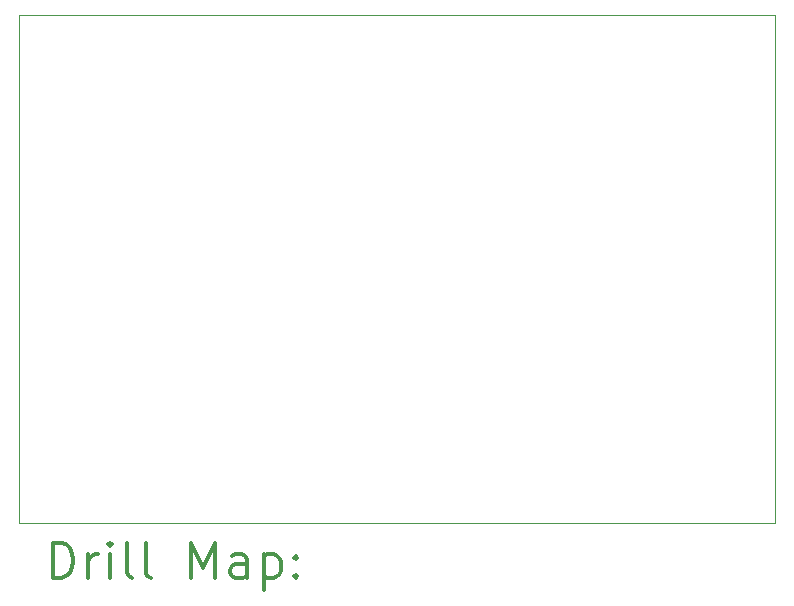
<source format=gbr>
%FSLAX45Y45*%
G04 Gerber Fmt 4.5, Leading zero omitted, Abs format (unit mm)*
G04 Created by KiCad (PCBNEW (5.1.12)-1) date 2022-08-06 16:25:29*
%MOMM*%
%LPD*%
G01*
G04 APERTURE LIST*
%TA.AperFunction,Profile*%
%ADD10C,0.050000*%
%TD*%
%ADD11C,0.200000*%
%ADD12C,0.300000*%
G04 APERTURE END LIST*
D10*
X15400000Y-7200000D02*
X9000000Y-7200000D01*
X15400000Y-11500000D02*
X15400000Y-7200000D01*
X9000000Y-11500000D02*
X15400000Y-11500000D01*
X9000000Y-7200000D02*
X9000000Y-11500000D01*
D11*
D12*
X9283928Y-11968214D02*
X9283928Y-11668214D01*
X9355357Y-11668214D01*
X9398214Y-11682500D01*
X9426786Y-11711071D01*
X9441071Y-11739643D01*
X9455357Y-11796786D01*
X9455357Y-11839643D01*
X9441071Y-11896786D01*
X9426786Y-11925357D01*
X9398214Y-11953929D01*
X9355357Y-11968214D01*
X9283928Y-11968214D01*
X9583928Y-11968214D02*
X9583928Y-11768214D01*
X9583928Y-11825357D02*
X9598214Y-11796786D01*
X9612500Y-11782500D01*
X9641071Y-11768214D01*
X9669643Y-11768214D01*
X9769643Y-11968214D02*
X9769643Y-11768214D01*
X9769643Y-11668214D02*
X9755357Y-11682500D01*
X9769643Y-11696786D01*
X9783928Y-11682500D01*
X9769643Y-11668214D01*
X9769643Y-11696786D01*
X9955357Y-11968214D02*
X9926786Y-11953929D01*
X9912500Y-11925357D01*
X9912500Y-11668214D01*
X10112500Y-11968214D02*
X10083928Y-11953929D01*
X10069643Y-11925357D01*
X10069643Y-11668214D01*
X10455357Y-11968214D02*
X10455357Y-11668214D01*
X10555357Y-11882500D01*
X10655357Y-11668214D01*
X10655357Y-11968214D01*
X10926786Y-11968214D02*
X10926786Y-11811071D01*
X10912500Y-11782500D01*
X10883928Y-11768214D01*
X10826786Y-11768214D01*
X10798214Y-11782500D01*
X10926786Y-11953929D02*
X10898214Y-11968214D01*
X10826786Y-11968214D01*
X10798214Y-11953929D01*
X10783928Y-11925357D01*
X10783928Y-11896786D01*
X10798214Y-11868214D01*
X10826786Y-11853929D01*
X10898214Y-11853929D01*
X10926786Y-11839643D01*
X11069643Y-11768214D02*
X11069643Y-12068214D01*
X11069643Y-11782500D02*
X11098214Y-11768214D01*
X11155357Y-11768214D01*
X11183928Y-11782500D01*
X11198214Y-11796786D01*
X11212500Y-11825357D01*
X11212500Y-11911071D01*
X11198214Y-11939643D01*
X11183928Y-11953929D01*
X11155357Y-11968214D01*
X11098214Y-11968214D01*
X11069643Y-11953929D01*
X11341071Y-11939643D02*
X11355357Y-11953929D01*
X11341071Y-11968214D01*
X11326786Y-11953929D01*
X11341071Y-11939643D01*
X11341071Y-11968214D01*
X11341071Y-11782500D02*
X11355357Y-11796786D01*
X11341071Y-11811071D01*
X11326786Y-11796786D01*
X11341071Y-11782500D01*
X11341071Y-11811071D01*
M02*

</source>
